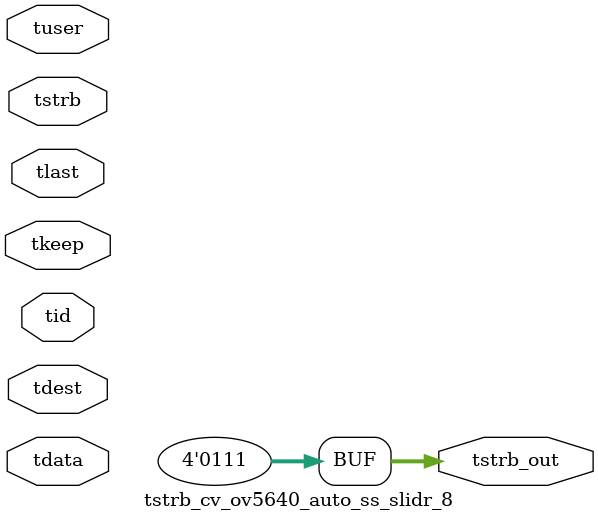
<source format=v>


`timescale 1ps/1ps

module tstrb_cv_ov5640_auto_ss_slidr_8 #
(
parameter C_S_AXIS_TDATA_WIDTH = 32,
parameter C_S_AXIS_TUSER_WIDTH = 0,
parameter C_S_AXIS_TID_WIDTH   = 0,
parameter C_S_AXIS_TDEST_WIDTH = 0,
parameter C_M_AXIS_TDATA_WIDTH = 32
)
(
input  [(C_S_AXIS_TDATA_WIDTH == 0 ? 1 : C_S_AXIS_TDATA_WIDTH)-1:0     ] tdata,
input  [(C_S_AXIS_TUSER_WIDTH == 0 ? 1 : C_S_AXIS_TUSER_WIDTH)-1:0     ] tuser,
input  [(C_S_AXIS_TID_WIDTH   == 0 ? 1 : C_S_AXIS_TID_WIDTH)-1:0       ] tid,
input  [(C_S_AXIS_TDEST_WIDTH == 0 ? 1 : C_S_AXIS_TDEST_WIDTH)-1:0     ] tdest,
input  [(C_S_AXIS_TDATA_WIDTH/8)-1:0 ] tkeep,
input  [(C_S_AXIS_TDATA_WIDTH/8)-1:0 ] tstrb,
input                                                                    tlast,
output [(C_M_AXIS_TDATA_WIDTH/8)-1:0 ] tstrb_out
);

assign tstrb_out = {3'b111};

endmodule


</source>
